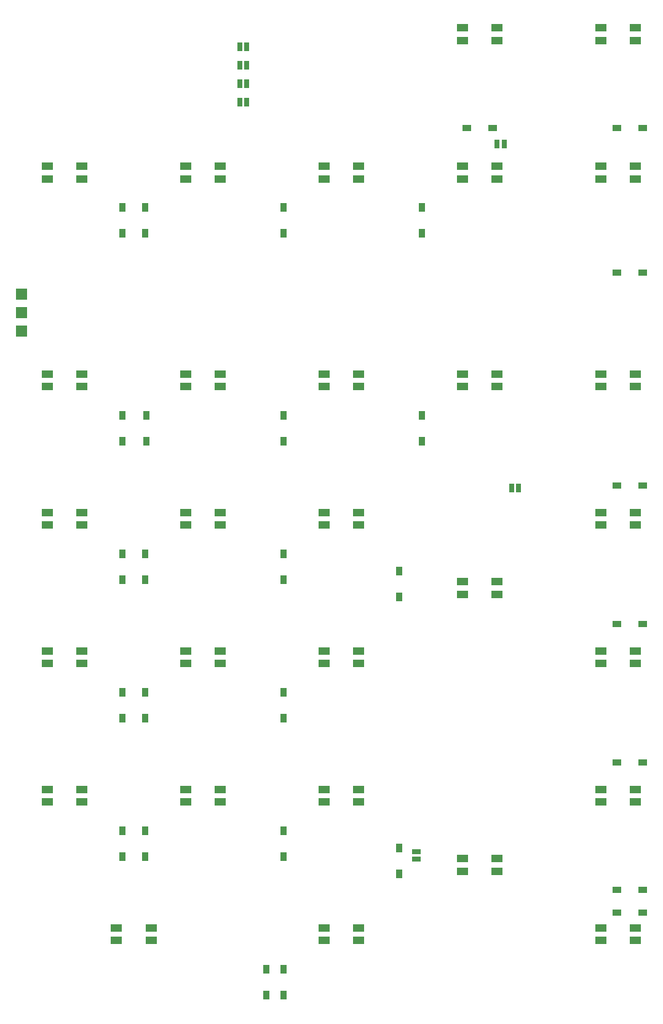
<source format=gtp>
G04 #@! TF.GenerationSoftware,KiCad,Pcbnew,(5.0.0)*
G04 #@! TF.CreationDate,2018-09-18T23:33:11-07:00*
G04 #@! TF.ProjectId,chiral,63686972616C2E6B696361645F706362,v0.2*
G04 #@! TF.SameCoordinates,Original*
G04 #@! TF.FileFunction,Paste,Top*
G04 #@! TF.FilePolarity,Positive*
%FSLAX46Y46*%
G04 Gerber Fmt 4.6, Leading zero omitted, Abs format (unit mm)*
G04 Created by KiCad (PCBNEW (5.0.0)) date 09/18/18 23:33:11*
%MOMM*%
%LPD*%
G01*
G04 APERTURE LIST*
%ADD10R,1.300000X0.950000*%
%ADD11R,0.950000X1.300000*%
%ADD12R,0.635000X1.143000*%
%ADD13R,1.143000X0.635000*%
%ADD14R,1.524000X1.524000*%
%ADD15R,1.600000X1.000000*%
G04 APERTURE END LIST*
D10*
G04 #@! TO.C,D1*
X103000000Y-55562500D03*
X106550000Y-55562500D03*
G04 #@! TD*
G04 #@! TO.C,D2*
X123637968Y-55562500D03*
X127187968Y-55562500D03*
G04 #@! TD*
D11*
G04 #@! TO.C,D3*
X55562968Y-66486578D03*
X55562968Y-70036578D03*
G04 #@! TD*
G04 #@! TO.C,D4*
X58737968Y-70036578D03*
X58737968Y-66486578D03*
G04 #@! TD*
G04 #@! TO.C,D5*
X77787968Y-66486578D03*
X77787968Y-70036578D03*
G04 #@! TD*
G04 #@! TO.C,D6*
X96837968Y-70036578D03*
X96837968Y-66486578D03*
G04 #@! TD*
D10*
G04 #@! TO.C,D7*
X123637968Y-75405328D03*
X127187968Y-75405328D03*
G04 #@! TD*
D11*
G04 #@! TO.C,D8*
X55562968Y-98611578D03*
X55562968Y-95061578D03*
G04 #@! TD*
G04 #@! TO.C,D9*
X58925468Y-95061578D03*
X58925468Y-98611578D03*
G04 #@! TD*
G04 #@! TO.C,D10*
X77787968Y-98611578D03*
X77787968Y-95061578D03*
G04 #@! TD*
G04 #@! TO.C,D11*
X96837968Y-95061578D03*
X96837968Y-98611578D03*
G04 #@! TD*
D10*
G04 #@! TO.C,D12*
X127187968Y-104774078D03*
X123637968Y-104774078D03*
G04 #@! TD*
D11*
G04 #@! TO.C,D13*
X55562968Y-117661578D03*
X55562968Y-114111578D03*
G04 #@! TD*
G04 #@! TO.C,D14*
X58737968Y-117661578D03*
X58737968Y-114111578D03*
G04 #@! TD*
G04 #@! TO.C,D15*
X77787968Y-114111578D03*
X77787968Y-117661578D03*
G04 #@! TD*
G04 #@! TO.C,D16*
X93662968Y-116492828D03*
X93662968Y-120042828D03*
G04 #@! TD*
D10*
G04 #@! TO.C,D17*
X123637968Y-123824078D03*
X127187968Y-123824078D03*
G04 #@! TD*
D11*
G04 #@! TO.C,D18*
X55562968Y-133161578D03*
X55562968Y-136711578D03*
G04 #@! TD*
G04 #@! TO.C,D19*
X58737968Y-136711578D03*
X58737968Y-133161578D03*
G04 #@! TD*
G04 #@! TO.C,D20*
X77787968Y-133161578D03*
X77787968Y-136711578D03*
G04 #@! TD*
D10*
G04 #@! TO.C,D21*
X127187968Y-142874078D03*
X123637968Y-142874078D03*
G04 #@! TD*
D11*
G04 #@! TO.C,D22*
X55562968Y-152211578D03*
X55562968Y-155761578D03*
G04 #@! TD*
G04 #@! TO.C,D23*
X58737968Y-155761578D03*
X58737968Y-152211578D03*
G04 #@! TD*
G04 #@! TO.C,D24*
X77787968Y-152211578D03*
X77787968Y-155761578D03*
G04 #@! TD*
G04 #@! TO.C,D25*
X93662968Y-154592828D03*
X93662968Y-158142828D03*
G04 #@! TD*
D10*
G04 #@! TO.C,D26*
X123637968Y-160336578D03*
X127187968Y-160336578D03*
G04 #@! TD*
D11*
G04 #@! TO.C,D27*
X75406718Y-174811578D03*
X75406718Y-171261578D03*
G04 #@! TD*
G04 #@! TO.C,D28*
X77787968Y-171261578D03*
X77787968Y-174811578D03*
G04 #@! TD*
D10*
G04 #@! TO.C,D29*
X127187968Y-163511578D03*
X123637968Y-163511578D03*
G04 #@! TD*
D12*
G04 #@! TO.C,JP1*
X108175380Y-57705000D03*
X107174620Y-57705000D03*
G04 #@! TD*
G04 #@! TO.C,JP2*
X110155380Y-105105000D03*
X109154620Y-105105000D03*
G04 #@! TD*
D13*
G04 #@! TO.C,JP3*
X96065000Y-155114620D03*
X96065000Y-156115380D03*
G04 #@! TD*
D12*
G04 #@! TO.C,JP4*
X71724620Y-44335000D03*
X72725380Y-44335000D03*
G04 #@! TD*
G04 #@! TO.C,JP5*
X72725380Y-46875000D03*
X71724620Y-46875000D03*
G04 #@! TD*
G04 #@! TO.C,JP6*
X72725380Y-49415000D03*
X71724620Y-49415000D03*
G04 #@! TD*
G04 #@! TO.C,JP7*
X71724620Y-51955000D03*
X72725380Y-51955000D03*
G04 #@! TD*
D14*
G04 #@! TO.C,P2*
X41675000Y-78422500D03*
X41675000Y-80962500D03*
X41675000Y-83502500D03*
G04 #@! TD*
D15*
G04 #@! TO.C,U1*
X107175000Y-43498740D03*
X107175000Y-41748740D03*
X102375000Y-43498740D03*
X102375000Y-41748740D03*
G04 #@! TD*
G04 #@! TO.C,U2*
X126225000Y-43498740D03*
X126225000Y-41748740D03*
X121425000Y-43498740D03*
X121425000Y-41748740D03*
G04 #@! TD*
G04 #@! TO.C,U3*
X45225000Y-60798740D03*
X45225000Y-62548740D03*
X50025000Y-60798740D03*
X50025000Y-62548740D03*
G04 #@! TD*
G04 #@! TO.C,U4*
X69075000Y-62548740D03*
X69075000Y-60798740D03*
X64275000Y-62548740D03*
X64275000Y-60798740D03*
G04 #@! TD*
G04 #@! TO.C,U5*
X88125000Y-62548740D03*
X88125000Y-60798740D03*
X83325000Y-62548740D03*
X83325000Y-60798740D03*
G04 #@! TD*
G04 #@! TO.C,U6*
X102375000Y-60798740D03*
X102375000Y-62548740D03*
X107175000Y-60798740D03*
X107175000Y-62548740D03*
G04 #@! TD*
G04 #@! TO.C,U7*
X126225000Y-62548740D03*
X126225000Y-60798740D03*
X121425000Y-62548740D03*
X121425000Y-60798740D03*
G04 #@! TD*
G04 #@! TO.C,U8*
X50025000Y-91123740D03*
X50025000Y-89373740D03*
X45225000Y-91123740D03*
X45225000Y-89373740D03*
G04 #@! TD*
G04 #@! TO.C,U9*
X64275000Y-89373740D03*
X64275000Y-91123740D03*
X69075000Y-89373740D03*
X69075000Y-91123740D03*
G04 #@! TD*
G04 #@! TO.C,U10*
X83325000Y-89373740D03*
X83325000Y-91123740D03*
X88125000Y-89373740D03*
X88125000Y-91123740D03*
G04 #@! TD*
G04 #@! TO.C,U11*
X102375000Y-89373740D03*
X102375000Y-91123740D03*
X107175000Y-89373740D03*
X107175000Y-91123740D03*
G04 #@! TD*
G04 #@! TO.C,U12*
X126225000Y-91123740D03*
X126225000Y-89373740D03*
X121425000Y-91123740D03*
X121425000Y-89373740D03*
G04 #@! TD*
G04 #@! TO.C,U13*
X50025000Y-110173740D03*
X50025000Y-108423740D03*
X45225000Y-110173740D03*
X45225000Y-108423740D03*
G04 #@! TD*
G04 #@! TO.C,U14*
X64275000Y-108423740D03*
X64275000Y-110173740D03*
X69075000Y-108423740D03*
X69075000Y-110173740D03*
G04 #@! TD*
G04 #@! TO.C,U15*
X88125000Y-110173740D03*
X88125000Y-108423740D03*
X83325000Y-110173740D03*
X83325000Y-108423740D03*
G04 #@! TD*
G04 #@! TO.C,U16*
X102375000Y-117948740D03*
X102375000Y-119698740D03*
X107175000Y-117948740D03*
X107175000Y-119698740D03*
G04 #@! TD*
G04 #@! TO.C,U17*
X121425000Y-108423740D03*
X121425000Y-110173740D03*
X126225000Y-108423740D03*
X126225000Y-110173740D03*
G04 #@! TD*
G04 #@! TO.C,U18*
X45225000Y-127473740D03*
X45225000Y-129223740D03*
X50025000Y-127473740D03*
X50025000Y-129223740D03*
G04 #@! TD*
G04 #@! TO.C,U19*
X64275000Y-127473740D03*
X64275000Y-129223740D03*
X69075000Y-127473740D03*
X69075000Y-129223740D03*
G04 #@! TD*
G04 #@! TO.C,U20*
X88125000Y-129223740D03*
X88125000Y-127473740D03*
X83325000Y-129223740D03*
X83325000Y-127473740D03*
G04 #@! TD*
G04 #@! TO.C,U21*
X121425000Y-127473740D03*
X121425000Y-129223740D03*
X126225000Y-127473740D03*
X126225000Y-129223740D03*
G04 #@! TD*
G04 #@! TO.C,U22*
X45225000Y-146523740D03*
X45225000Y-148273740D03*
X50025000Y-146523740D03*
X50025000Y-148273740D03*
G04 #@! TD*
G04 #@! TO.C,U23*
X69075000Y-148273740D03*
X69075000Y-146523740D03*
X64275000Y-148273740D03*
X64275000Y-146523740D03*
G04 #@! TD*
G04 #@! TO.C,U24*
X88125000Y-148273740D03*
X88125000Y-146523740D03*
X83325000Y-148273740D03*
X83325000Y-146523740D03*
G04 #@! TD*
G04 #@! TO.C,U25*
X102375000Y-156048740D03*
X102375000Y-157798740D03*
X107175000Y-156048740D03*
X107175000Y-157798740D03*
G04 #@! TD*
G04 #@! TO.C,U26*
X126225000Y-148273740D03*
X126225000Y-146523740D03*
X121425000Y-148273740D03*
X121425000Y-146523740D03*
G04 #@! TD*
G04 #@! TO.C,U27*
X59550000Y-167323740D03*
X59550000Y-165573740D03*
X54750000Y-167323740D03*
X54750000Y-165573740D03*
G04 #@! TD*
G04 #@! TO.C,U28*
X83325000Y-165573740D03*
X83325000Y-167323740D03*
X88125000Y-165573740D03*
X88125000Y-167323740D03*
G04 #@! TD*
G04 #@! TO.C,U29*
X126225000Y-167323740D03*
X126225000Y-165573740D03*
X121425000Y-167323740D03*
X121425000Y-165573740D03*
G04 #@! TD*
M02*

</source>
